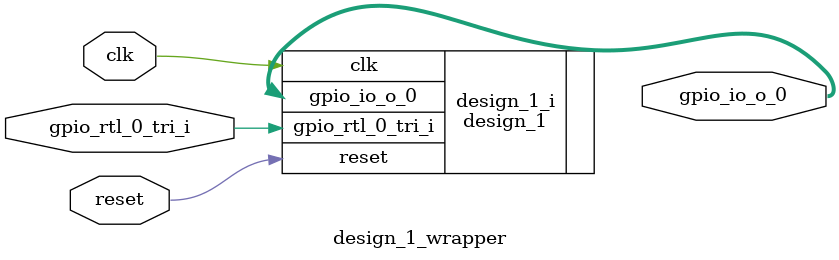
<source format=v>
`timescale 1 ps / 1 ps

module design_1_wrapper
   (clk,
    gpio_io_o_0,
    gpio_rtl_0_tri_i,
    reset);
  input clk;
  output [31:0]gpio_io_o_0;
  input [0:0]gpio_rtl_0_tri_i;
  input reset;

  wire clk;
  wire [31:0]gpio_io_o_0;
  wire [0:0]gpio_rtl_0_tri_i;
  wire reset;

  design_1 design_1_i
       (.clk(clk),
        .gpio_io_o_0(gpio_io_o_0),
        .gpio_rtl_0_tri_i(gpio_rtl_0_tri_i),
        .reset(reset));
endmodule

</source>
